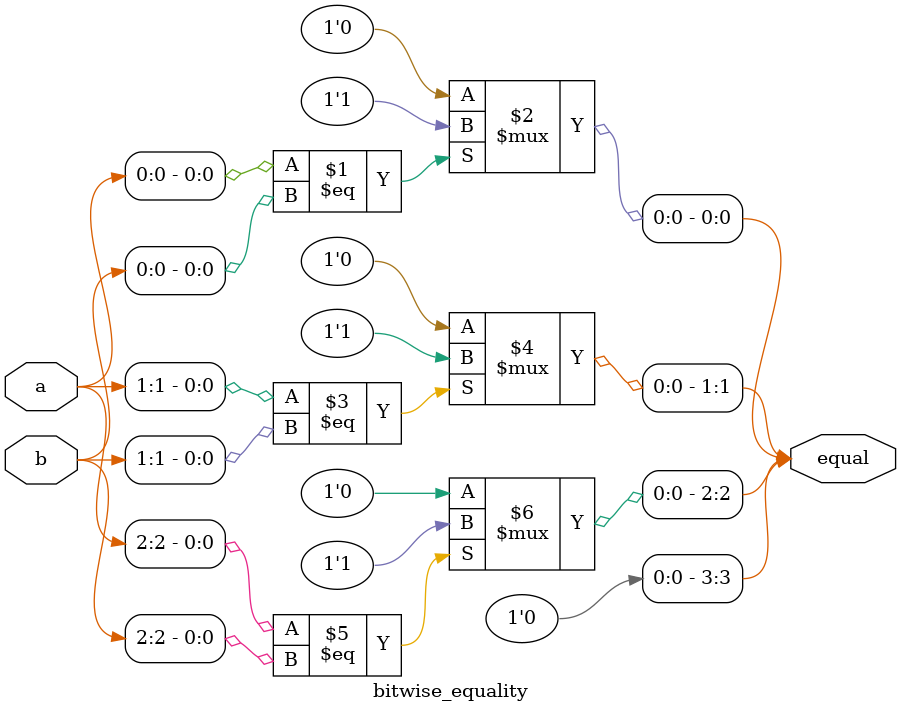
<source format=v>
`timescale 1ns / 1ps
module bitwise_equality( // Test if a and b are equal
	input [2:0] a,
	input [2:0] b,
	output [3:0] equal
    );
	 
	 // Assign equal to high if a and b are equal
	 assign equal[0] = (a[0] == b[0]) ? 1'b1 : 1'b0;
	 assign equal[1] = (a[1] == b[1]) ? 1'b1 : 1'b0;
	 assign equal[2] = (a[2] == b[2]) ? 1'b1 : 1'b0;
	 assign equal[3] = 1'b0;

endmodule 
</source>
